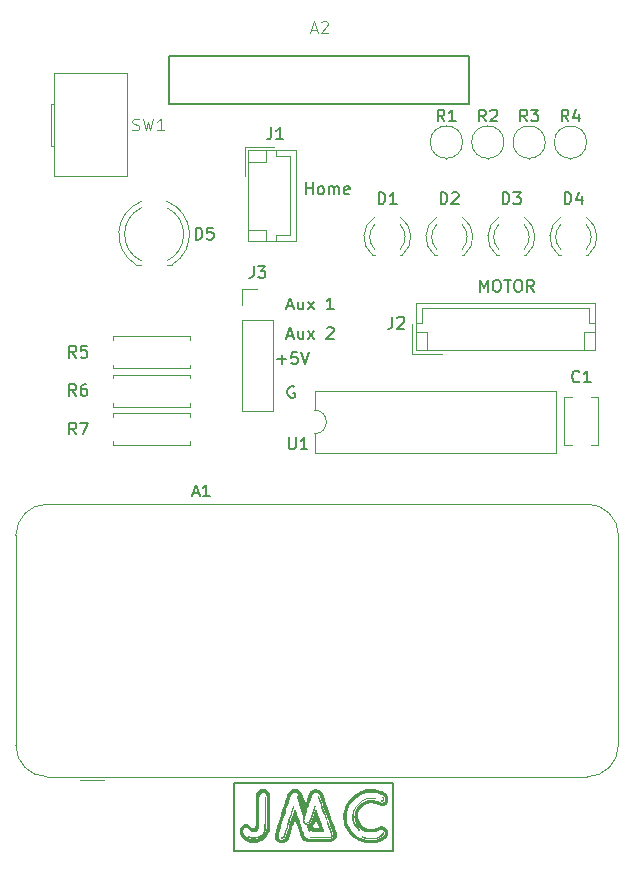
<source format=gbr>
%TF.GenerationSoftware,KiCad,Pcbnew,7.0.10*%
%TF.CreationDate,2024-03-15T10:23:30-04:00*%
%TF.ProjectId,Kicad V7,4b696361-6420-4563-972e-6b696361645f,v2*%
%TF.SameCoordinates,Original*%
%TF.FileFunction,Legend,Top*%
%TF.FilePolarity,Positive*%
%FSLAX46Y46*%
G04 Gerber Fmt 4.6, Leading zero omitted, Abs format (unit mm)*
G04 Created by KiCad (PCBNEW 7.0.10) date 2024-03-15 10:23:30*
%MOMM*%
%LPD*%
G01*
G04 APERTURE LIST*
%ADD10C,0.150000*%
%ADD11C,0.100000*%
%ADD12C,0.120000*%
G04 APERTURE END LIST*
D10*
X119000000Y-124750000D02*
X132500000Y-124750000D01*
X132500000Y-130500000D01*
X119000000Y-130500000D01*
X119000000Y-124750000D01*
X123539160Y-86834104D02*
X124015350Y-86834104D01*
X123443922Y-87119819D02*
X123777255Y-86119819D01*
X123777255Y-86119819D02*
X124110588Y-87119819D01*
X124872493Y-86453152D02*
X124872493Y-87119819D01*
X124443922Y-86453152D02*
X124443922Y-86976961D01*
X124443922Y-86976961D02*
X124491541Y-87072200D01*
X124491541Y-87072200D02*
X124586779Y-87119819D01*
X124586779Y-87119819D02*
X124729636Y-87119819D01*
X124729636Y-87119819D02*
X124824874Y-87072200D01*
X124824874Y-87072200D02*
X124872493Y-87024580D01*
X125253446Y-87119819D02*
X125777255Y-86453152D01*
X125253446Y-86453152D02*
X125777255Y-87119819D01*
X126872494Y-86215057D02*
X126920113Y-86167438D01*
X126920113Y-86167438D02*
X127015351Y-86119819D01*
X127015351Y-86119819D02*
X127253446Y-86119819D01*
X127253446Y-86119819D02*
X127348684Y-86167438D01*
X127348684Y-86167438D02*
X127396303Y-86215057D01*
X127396303Y-86215057D02*
X127443922Y-86310295D01*
X127443922Y-86310295D02*
X127443922Y-86405533D01*
X127443922Y-86405533D02*
X127396303Y-86548390D01*
X127396303Y-86548390D02*
X126824875Y-87119819D01*
X126824875Y-87119819D02*
X127443922Y-87119819D01*
X122666779Y-88848866D02*
X123428684Y-88848866D01*
X123047731Y-89229819D02*
X123047731Y-88467914D01*
X124381064Y-88229819D02*
X123904874Y-88229819D01*
X123904874Y-88229819D02*
X123857255Y-88706009D01*
X123857255Y-88706009D02*
X123904874Y-88658390D01*
X123904874Y-88658390D02*
X124000112Y-88610771D01*
X124000112Y-88610771D02*
X124238207Y-88610771D01*
X124238207Y-88610771D02*
X124333445Y-88658390D01*
X124333445Y-88658390D02*
X124381064Y-88706009D01*
X124381064Y-88706009D02*
X124428683Y-88801247D01*
X124428683Y-88801247D02*
X124428683Y-89039342D01*
X124428683Y-89039342D02*
X124381064Y-89134580D01*
X124381064Y-89134580D02*
X124333445Y-89182200D01*
X124333445Y-89182200D02*
X124238207Y-89229819D01*
X124238207Y-89229819D02*
X124000112Y-89229819D01*
X124000112Y-89229819D02*
X123904874Y-89182200D01*
X123904874Y-89182200D02*
X123857255Y-89134580D01*
X124714398Y-88229819D02*
X125047731Y-89229819D01*
X125047731Y-89229819D02*
X125381064Y-88229819D01*
X125096779Y-74869819D02*
X125096779Y-73869819D01*
X125096779Y-74346009D02*
X125668207Y-74346009D01*
X125668207Y-74869819D02*
X125668207Y-73869819D01*
X126287255Y-74869819D02*
X126192017Y-74822200D01*
X126192017Y-74822200D02*
X126144398Y-74774580D01*
X126144398Y-74774580D02*
X126096779Y-74679342D01*
X126096779Y-74679342D02*
X126096779Y-74393628D01*
X126096779Y-74393628D02*
X126144398Y-74298390D01*
X126144398Y-74298390D02*
X126192017Y-74250771D01*
X126192017Y-74250771D02*
X126287255Y-74203152D01*
X126287255Y-74203152D02*
X126430112Y-74203152D01*
X126430112Y-74203152D02*
X126525350Y-74250771D01*
X126525350Y-74250771D02*
X126572969Y-74298390D01*
X126572969Y-74298390D02*
X126620588Y-74393628D01*
X126620588Y-74393628D02*
X126620588Y-74679342D01*
X126620588Y-74679342D02*
X126572969Y-74774580D01*
X126572969Y-74774580D02*
X126525350Y-74822200D01*
X126525350Y-74822200D02*
X126430112Y-74869819D01*
X126430112Y-74869819D02*
X126287255Y-74869819D01*
X127049160Y-74869819D02*
X127049160Y-74203152D01*
X127049160Y-74298390D02*
X127096779Y-74250771D01*
X127096779Y-74250771D02*
X127192017Y-74203152D01*
X127192017Y-74203152D02*
X127334874Y-74203152D01*
X127334874Y-74203152D02*
X127430112Y-74250771D01*
X127430112Y-74250771D02*
X127477731Y-74346009D01*
X127477731Y-74346009D02*
X127477731Y-74869819D01*
X127477731Y-74346009D02*
X127525350Y-74250771D01*
X127525350Y-74250771D02*
X127620588Y-74203152D01*
X127620588Y-74203152D02*
X127763445Y-74203152D01*
X127763445Y-74203152D02*
X127858684Y-74250771D01*
X127858684Y-74250771D02*
X127906303Y-74346009D01*
X127906303Y-74346009D02*
X127906303Y-74869819D01*
X128763445Y-74822200D02*
X128668207Y-74869819D01*
X128668207Y-74869819D02*
X128477731Y-74869819D01*
X128477731Y-74869819D02*
X128382493Y-74822200D01*
X128382493Y-74822200D02*
X128334874Y-74726961D01*
X128334874Y-74726961D02*
X128334874Y-74346009D01*
X128334874Y-74346009D02*
X128382493Y-74250771D01*
X128382493Y-74250771D02*
X128477731Y-74203152D01*
X128477731Y-74203152D02*
X128668207Y-74203152D01*
X128668207Y-74203152D02*
X128763445Y-74250771D01*
X128763445Y-74250771D02*
X128811064Y-74346009D01*
X128811064Y-74346009D02*
X128811064Y-74441247D01*
X128811064Y-74441247D02*
X128334874Y-74536485D01*
X124110588Y-91167438D02*
X124015350Y-91119819D01*
X124015350Y-91119819D02*
X123872493Y-91119819D01*
X123872493Y-91119819D02*
X123729636Y-91167438D01*
X123729636Y-91167438D02*
X123634398Y-91262676D01*
X123634398Y-91262676D02*
X123586779Y-91357914D01*
X123586779Y-91357914D02*
X123539160Y-91548390D01*
X123539160Y-91548390D02*
X123539160Y-91691247D01*
X123539160Y-91691247D02*
X123586779Y-91881723D01*
X123586779Y-91881723D02*
X123634398Y-91976961D01*
X123634398Y-91976961D02*
X123729636Y-92072200D01*
X123729636Y-92072200D02*
X123872493Y-92119819D01*
X123872493Y-92119819D02*
X123967731Y-92119819D01*
X123967731Y-92119819D02*
X124110588Y-92072200D01*
X124110588Y-92072200D02*
X124158207Y-92024580D01*
X124158207Y-92024580D02*
X124158207Y-91691247D01*
X124158207Y-91691247D02*
X123967731Y-91691247D01*
X123539160Y-84334104D02*
X124015350Y-84334104D01*
X123443922Y-84619819D02*
X123777255Y-83619819D01*
X123777255Y-83619819D02*
X124110588Y-84619819D01*
X124872493Y-83953152D02*
X124872493Y-84619819D01*
X124443922Y-83953152D02*
X124443922Y-84476961D01*
X124443922Y-84476961D02*
X124491541Y-84572200D01*
X124491541Y-84572200D02*
X124586779Y-84619819D01*
X124586779Y-84619819D02*
X124729636Y-84619819D01*
X124729636Y-84619819D02*
X124824874Y-84572200D01*
X124824874Y-84572200D02*
X124872493Y-84524580D01*
X125253446Y-84619819D02*
X125777255Y-83953152D01*
X125253446Y-83953152D02*
X125777255Y-84619819D01*
X127443922Y-84619819D02*
X126872494Y-84619819D01*
X127158208Y-84619819D02*
X127158208Y-83619819D01*
X127158208Y-83619819D02*
X127062970Y-83762676D01*
X127062970Y-83762676D02*
X126967732Y-83857914D01*
X126967732Y-83857914D02*
X126872494Y-83905533D01*
X139836779Y-83119819D02*
X139836779Y-82119819D01*
X139836779Y-82119819D02*
X140170112Y-82834104D01*
X140170112Y-82834104D02*
X140503445Y-82119819D01*
X140503445Y-82119819D02*
X140503445Y-83119819D01*
X141170112Y-82119819D02*
X141360588Y-82119819D01*
X141360588Y-82119819D02*
X141455826Y-82167438D01*
X141455826Y-82167438D02*
X141551064Y-82262676D01*
X141551064Y-82262676D02*
X141598683Y-82453152D01*
X141598683Y-82453152D02*
X141598683Y-82786485D01*
X141598683Y-82786485D02*
X141551064Y-82976961D01*
X141551064Y-82976961D02*
X141455826Y-83072200D01*
X141455826Y-83072200D02*
X141360588Y-83119819D01*
X141360588Y-83119819D02*
X141170112Y-83119819D01*
X141170112Y-83119819D02*
X141074874Y-83072200D01*
X141074874Y-83072200D02*
X140979636Y-82976961D01*
X140979636Y-82976961D02*
X140932017Y-82786485D01*
X140932017Y-82786485D02*
X140932017Y-82453152D01*
X140932017Y-82453152D02*
X140979636Y-82262676D01*
X140979636Y-82262676D02*
X141074874Y-82167438D01*
X141074874Y-82167438D02*
X141170112Y-82119819D01*
X141884398Y-82119819D02*
X142455826Y-82119819D01*
X142170112Y-83119819D02*
X142170112Y-82119819D01*
X142979636Y-82119819D02*
X143170112Y-82119819D01*
X143170112Y-82119819D02*
X143265350Y-82167438D01*
X143265350Y-82167438D02*
X143360588Y-82262676D01*
X143360588Y-82262676D02*
X143408207Y-82453152D01*
X143408207Y-82453152D02*
X143408207Y-82786485D01*
X143408207Y-82786485D02*
X143360588Y-82976961D01*
X143360588Y-82976961D02*
X143265350Y-83072200D01*
X143265350Y-83072200D02*
X143170112Y-83119819D01*
X143170112Y-83119819D02*
X142979636Y-83119819D01*
X142979636Y-83119819D02*
X142884398Y-83072200D01*
X142884398Y-83072200D02*
X142789160Y-82976961D01*
X142789160Y-82976961D02*
X142741541Y-82786485D01*
X142741541Y-82786485D02*
X142741541Y-82453152D01*
X142741541Y-82453152D02*
X142789160Y-82262676D01*
X142789160Y-82262676D02*
X142884398Y-82167438D01*
X142884398Y-82167438D02*
X142979636Y-82119819D01*
X144408207Y-83119819D02*
X144074874Y-82643628D01*
X143836779Y-83119819D02*
X143836779Y-82119819D01*
X143836779Y-82119819D02*
X144217731Y-82119819D01*
X144217731Y-82119819D02*
X144312969Y-82167438D01*
X144312969Y-82167438D02*
X144360588Y-82215057D01*
X144360588Y-82215057D02*
X144408207Y-82310295D01*
X144408207Y-82310295D02*
X144408207Y-82453152D01*
X144408207Y-82453152D02*
X144360588Y-82548390D01*
X144360588Y-82548390D02*
X144312969Y-82596009D01*
X144312969Y-82596009D02*
X144217731Y-82643628D01*
X144217731Y-82643628D02*
X143836779Y-82643628D01*
X147333333Y-68704819D02*
X147000000Y-68228628D01*
X146761905Y-68704819D02*
X146761905Y-67704819D01*
X146761905Y-67704819D02*
X147142857Y-67704819D01*
X147142857Y-67704819D02*
X147238095Y-67752438D01*
X147238095Y-67752438D02*
X147285714Y-67800057D01*
X147285714Y-67800057D02*
X147333333Y-67895295D01*
X147333333Y-67895295D02*
X147333333Y-68038152D01*
X147333333Y-68038152D02*
X147285714Y-68133390D01*
X147285714Y-68133390D02*
X147238095Y-68181009D01*
X147238095Y-68181009D02*
X147142857Y-68228628D01*
X147142857Y-68228628D02*
X146761905Y-68228628D01*
X148190476Y-68038152D02*
X148190476Y-68704819D01*
X147952381Y-67657200D02*
X147714286Y-68371485D01*
X147714286Y-68371485D02*
X148333333Y-68371485D01*
X123651648Y-95454819D02*
X123651648Y-96264342D01*
X123651648Y-96264342D02*
X123699267Y-96359580D01*
X123699267Y-96359580D02*
X123746886Y-96407200D01*
X123746886Y-96407200D02*
X123842124Y-96454819D01*
X123842124Y-96454819D02*
X124032600Y-96454819D01*
X124032600Y-96454819D02*
X124127838Y-96407200D01*
X124127838Y-96407200D02*
X124175457Y-96359580D01*
X124175457Y-96359580D02*
X124223076Y-96264342D01*
X124223076Y-96264342D02*
X124223076Y-95454819D01*
X125223076Y-96454819D02*
X124651648Y-96454819D01*
X124937362Y-96454819D02*
X124937362Y-95454819D01*
X124937362Y-95454819D02*
X124842124Y-95597676D01*
X124842124Y-95597676D02*
X124746886Y-95692914D01*
X124746886Y-95692914D02*
X124651648Y-95740533D01*
X120666666Y-80954819D02*
X120666666Y-81669104D01*
X120666666Y-81669104D02*
X120619047Y-81811961D01*
X120619047Y-81811961D02*
X120523809Y-81907200D01*
X120523809Y-81907200D02*
X120380952Y-81954819D01*
X120380952Y-81954819D02*
X120285714Y-81954819D01*
X121047619Y-80954819D02*
X121666666Y-80954819D01*
X121666666Y-80954819D02*
X121333333Y-81335771D01*
X121333333Y-81335771D02*
X121476190Y-81335771D01*
X121476190Y-81335771D02*
X121571428Y-81383390D01*
X121571428Y-81383390D02*
X121619047Y-81431009D01*
X121619047Y-81431009D02*
X121666666Y-81526247D01*
X121666666Y-81526247D02*
X121666666Y-81764342D01*
X121666666Y-81764342D02*
X121619047Y-81859580D01*
X121619047Y-81859580D02*
X121571428Y-81907200D01*
X121571428Y-81907200D02*
X121476190Y-81954819D01*
X121476190Y-81954819D02*
X121190476Y-81954819D01*
X121190476Y-81954819D02*
X121095238Y-81907200D01*
X121095238Y-81907200D02*
X121047619Y-81859580D01*
D11*
X110416667Y-69409800D02*
X110559524Y-69457419D01*
X110559524Y-69457419D02*
X110797619Y-69457419D01*
X110797619Y-69457419D02*
X110892857Y-69409800D01*
X110892857Y-69409800D02*
X110940476Y-69362180D01*
X110940476Y-69362180D02*
X110988095Y-69266942D01*
X110988095Y-69266942D02*
X110988095Y-69171704D01*
X110988095Y-69171704D02*
X110940476Y-69076466D01*
X110940476Y-69076466D02*
X110892857Y-69028847D01*
X110892857Y-69028847D02*
X110797619Y-68981228D01*
X110797619Y-68981228D02*
X110607143Y-68933609D01*
X110607143Y-68933609D02*
X110511905Y-68885990D01*
X110511905Y-68885990D02*
X110464286Y-68838371D01*
X110464286Y-68838371D02*
X110416667Y-68743133D01*
X110416667Y-68743133D02*
X110416667Y-68647895D01*
X110416667Y-68647895D02*
X110464286Y-68552657D01*
X110464286Y-68552657D02*
X110511905Y-68505038D01*
X110511905Y-68505038D02*
X110607143Y-68457419D01*
X110607143Y-68457419D02*
X110845238Y-68457419D01*
X110845238Y-68457419D02*
X110988095Y-68505038D01*
X111321429Y-68457419D02*
X111559524Y-69457419D01*
X111559524Y-69457419D02*
X111750000Y-68743133D01*
X111750000Y-68743133D02*
X111940476Y-69457419D01*
X111940476Y-69457419D02*
X112178572Y-68457419D01*
X113083333Y-69457419D02*
X112511905Y-69457419D01*
X112797619Y-69457419D02*
X112797619Y-68457419D01*
X112797619Y-68457419D02*
X112702381Y-68600276D01*
X112702381Y-68600276D02*
X112607143Y-68695514D01*
X112607143Y-68695514D02*
X112511905Y-68743133D01*
D10*
X140333333Y-68699819D02*
X140000000Y-68223628D01*
X139761905Y-68699819D02*
X139761905Y-67699819D01*
X139761905Y-67699819D02*
X140142857Y-67699819D01*
X140142857Y-67699819D02*
X140238095Y-67747438D01*
X140238095Y-67747438D02*
X140285714Y-67795057D01*
X140285714Y-67795057D02*
X140333333Y-67890295D01*
X140333333Y-67890295D02*
X140333333Y-68033152D01*
X140333333Y-68033152D02*
X140285714Y-68128390D01*
X140285714Y-68128390D02*
X140238095Y-68176009D01*
X140238095Y-68176009D02*
X140142857Y-68223628D01*
X140142857Y-68223628D02*
X139761905Y-68223628D01*
X140714286Y-67795057D02*
X140761905Y-67747438D01*
X140761905Y-67747438D02*
X140857143Y-67699819D01*
X140857143Y-67699819D02*
X141095238Y-67699819D01*
X141095238Y-67699819D02*
X141190476Y-67747438D01*
X141190476Y-67747438D02*
X141238095Y-67795057D01*
X141238095Y-67795057D02*
X141285714Y-67890295D01*
X141285714Y-67890295D02*
X141285714Y-67985533D01*
X141285714Y-67985533D02*
X141238095Y-68128390D01*
X141238095Y-68128390D02*
X140666667Y-68699819D01*
X140666667Y-68699819D02*
X141285714Y-68699819D01*
X131261905Y-75704819D02*
X131261905Y-74704819D01*
X131261905Y-74704819D02*
X131500000Y-74704819D01*
X131500000Y-74704819D02*
X131642857Y-74752438D01*
X131642857Y-74752438D02*
X131738095Y-74847676D01*
X131738095Y-74847676D02*
X131785714Y-74942914D01*
X131785714Y-74942914D02*
X131833333Y-75133390D01*
X131833333Y-75133390D02*
X131833333Y-75276247D01*
X131833333Y-75276247D02*
X131785714Y-75466723D01*
X131785714Y-75466723D02*
X131738095Y-75561961D01*
X131738095Y-75561961D02*
X131642857Y-75657200D01*
X131642857Y-75657200D02*
X131500000Y-75704819D01*
X131500000Y-75704819D02*
X131261905Y-75704819D01*
X132785714Y-75704819D02*
X132214286Y-75704819D01*
X132500000Y-75704819D02*
X132500000Y-74704819D01*
X132500000Y-74704819D02*
X132404762Y-74847676D01*
X132404762Y-74847676D02*
X132309524Y-74942914D01*
X132309524Y-74942914D02*
X132214286Y-74990533D01*
X105643333Y-95204819D02*
X105310000Y-94728628D01*
X105071905Y-95204819D02*
X105071905Y-94204819D01*
X105071905Y-94204819D02*
X105452857Y-94204819D01*
X105452857Y-94204819D02*
X105548095Y-94252438D01*
X105548095Y-94252438D02*
X105595714Y-94300057D01*
X105595714Y-94300057D02*
X105643333Y-94395295D01*
X105643333Y-94395295D02*
X105643333Y-94538152D01*
X105643333Y-94538152D02*
X105595714Y-94633390D01*
X105595714Y-94633390D02*
X105548095Y-94681009D01*
X105548095Y-94681009D02*
X105452857Y-94728628D01*
X105452857Y-94728628D02*
X105071905Y-94728628D01*
X105976667Y-94204819D02*
X106643333Y-94204819D01*
X106643333Y-94204819D02*
X106214762Y-95204819D01*
X122166666Y-69204819D02*
X122166666Y-69919104D01*
X122166666Y-69919104D02*
X122119047Y-70061961D01*
X122119047Y-70061961D02*
X122023809Y-70157200D01*
X122023809Y-70157200D02*
X121880952Y-70204819D01*
X121880952Y-70204819D02*
X121785714Y-70204819D01*
X123166666Y-70204819D02*
X122595238Y-70204819D01*
X122880952Y-70204819D02*
X122880952Y-69204819D01*
X122880952Y-69204819D02*
X122785714Y-69347676D01*
X122785714Y-69347676D02*
X122690476Y-69442914D01*
X122690476Y-69442914D02*
X122595238Y-69490533D01*
X147011905Y-75704819D02*
X147011905Y-74704819D01*
X147011905Y-74704819D02*
X147250000Y-74704819D01*
X147250000Y-74704819D02*
X147392857Y-74752438D01*
X147392857Y-74752438D02*
X147488095Y-74847676D01*
X147488095Y-74847676D02*
X147535714Y-74942914D01*
X147535714Y-74942914D02*
X147583333Y-75133390D01*
X147583333Y-75133390D02*
X147583333Y-75276247D01*
X147583333Y-75276247D02*
X147535714Y-75466723D01*
X147535714Y-75466723D02*
X147488095Y-75561961D01*
X147488095Y-75561961D02*
X147392857Y-75657200D01*
X147392857Y-75657200D02*
X147250000Y-75704819D01*
X147250000Y-75704819D02*
X147011905Y-75704819D01*
X148440476Y-75038152D02*
X148440476Y-75704819D01*
X148202381Y-74657200D02*
X147964286Y-75371485D01*
X147964286Y-75371485D02*
X148583333Y-75371485D01*
X141761905Y-75704819D02*
X141761905Y-74704819D01*
X141761905Y-74704819D02*
X142000000Y-74704819D01*
X142000000Y-74704819D02*
X142142857Y-74752438D01*
X142142857Y-74752438D02*
X142238095Y-74847676D01*
X142238095Y-74847676D02*
X142285714Y-74942914D01*
X142285714Y-74942914D02*
X142333333Y-75133390D01*
X142333333Y-75133390D02*
X142333333Y-75276247D01*
X142333333Y-75276247D02*
X142285714Y-75466723D01*
X142285714Y-75466723D02*
X142238095Y-75561961D01*
X142238095Y-75561961D02*
X142142857Y-75657200D01*
X142142857Y-75657200D02*
X142000000Y-75704819D01*
X142000000Y-75704819D02*
X141761905Y-75704819D01*
X142666667Y-74704819D02*
X143285714Y-74704819D01*
X143285714Y-74704819D02*
X142952381Y-75085771D01*
X142952381Y-75085771D02*
X143095238Y-75085771D01*
X143095238Y-75085771D02*
X143190476Y-75133390D01*
X143190476Y-75133390D02*
X143238095Y-75181009D01*
X143238095Y-75181009D02*
X143285714Y-75276247D01*
X143285714Y-75276247D02*
X143285714Y-75514342D01*
X143285714Y-75514342D02*
X143238095Y-75609580D01*
X143238095Y-75609580D02*
X143190476Y-75657200D01*
X143190476Y-75657200D02*
X143095238Y-75704819D01*
X143095238Y-75704819D02*
X142809524Y-75704819D01*
X142809524Y-75704819D02*
X142714286Y-75657200D01*
X142714286Y-75657200D02*
X142666667Y-75609580D01*
X132416666Y-85254819D02*
X132416666Y-85969104D01*
X132416666Y-85969104D02*
X132369047Y-86111961D01*
X132369047Y-86111961D02*
X132273809Y-86207200D01*
X132273809Y-86207200D02*
X132130952Y-86254819D01*
X132130952Y-86254819D02*
X132035714Y-86254819D01*
X132845238Y-85350057D02*
X132892857Y-85302438D01*
X132892857Y-85302438D02*
X132988095Y-85254819D01*
X132988095Y-85254819D02*
X133226190Y-85254819D01*
X133226190Y-85254819D02*
X133321428Y-85302438D01*
X133321428Y-85302438D02*
X133369047Y-85350057D01*
X133369047Y-85350057D02*
X133416666Y-85445295D01*
X133416666Y-85445295D02*
X133416666Y-85540533D01*
X133416666Y-85540533D02*
X133369047Y-85683390D01*
X133369047Y-85683390D02*
X132797619Y-86254819D01*
X132797619Y-86254819D02*
X133416666Y-86254819D01*
X105643333Y-91954819D02*
X105310000Y-91478628D01*
X105071905Y-91954819D02*
X105071905Y-90954819D01*
X105071905Y-90954819D02*
X105452857Y-90954819D01*
X105452857Y-90954819D02*
X105548095Y-91002438D01*
X105548095Y-91002438D02*
X105595714Y-91050057D01*
X105595714Y-91050057D02*
X105643333Y-91145295D01*
X105643333Y-91145295D02*
X105643333Y-91288152D01*
X105643333Y-91288152D02*
X105595714Y-91383390D01*
X105595714Y-91383390D02*
X105548095Y-91431009D01*
X105548095Y-91431009D02*
X105452857Y-91478628D01*
X105452857Y-91478628D02*
X105071905Y-91478628D01*
X106500476Y-90954819D02*
X106310000Y-90954819D01*
X106310000Y-90954819D02*
X106214762Y-91002438D01*
X106214762Y-91002438D02*
X106167143Y-91050057D01*
X106167143Y-91050057D02*
X106071905Y-91192914D01*
X106071905Y-91192914D02*
X106024286Y-91383390D01*
X106024286Y-91383390D02*
X106024286Y-91764342D01*
X106024286Y-91764342D02*
X106071905Y-91859580D01*
X106071905Y-91859580D02*
X106119524Y-91907200D01*
X106119524Y-91907200D02*
X106214762Y-91954819D01*
X106214762Y-91954819D02*
X106405238Y-91954819D01*
X106405238Y-91954819D02*
X106500476Y-91907200D01*
X106500476Y-91907200D02*
X106548095Y-91859580D01*
X106548095Y-91859580D02*
X106595714Y-91764342D01*
X106595714Y-91764342D02*
X106595714Y-91526247D01*
X106595714Y-91526247D02*
X106548095Y-91431009D01*
X106548095Y-91431009D02*
X106500476Y-91383390D01*
X106500476Y-91383390D02*
X106405238Y-91335771D01*
X106405238Y-91335771D02*
X106214762Y-91335771D01*
X106214762Y-91335771D02*
X106119524Y-91383390D01*
X106119524Y-91383390D02*
X106071905Y-91431009D01*
X106071905Y-91431009D02*
X106024286Y-91526247D01*
X136511905Y-75704819D02*
X136511905Y-74704819D01*
X136511905Y-74704819D02*
X136750000Y-74704819D01*
X136750000Y-74704819D02*
X136892857Y-74752438D01*
X136892857Y-74752438D02*
X136988095Y-74847676D01*
X136988095Y-74847676D02*
X137035714Y-74942914D01*
X137035714Y-74942914D02*
X137083333Y-75133390D01*
X137083333Y-75133390D02*
X137083333Y-75276247D01*
X137083333Y-75276247D02*
X137035714Y-75466723D01*
X137035714Y-75466723D02*
X136988095Y-75561961D01*
X136988095Y-75561961D02*
X136892857Y-75657200D01*
X136892857Y-75657200D02*
X136750000Y-75704819D01*
X136750000Y-75704819D02*
X136511905Y-75704819D01*
X137464286Y-74800057D02*
X137511905Y-74752438D01*
X137511905Y-74752438D02*
X137607143Y-74704819D01*
X137607143Y-74704819D02*
X137845238Y-74704819D01*
X137845238Y-74704819D02*
X137940476Y-74752438D01*
X137940476Y-74752438D02*
X137988095Y-74800057D01*
X137988095Y-74800057D02*
X138035714Y-74895295D01*
X138035714Y-74895295D02*
X138035714Y-74990533D01*
X138035714Y-74990533D02*
X137988095Y-75133390D01*
X137988095Y-75133390D02*
X137416667Y-75704819D01*
X137416667Y-75704819D02*
X138035714Y-75704819D01*
X115761905Y-78704819D02*
X115761905Y-77704819D01*
X115761905Y-77704819D02*
X116000000Y-77704819D01*
X116000000Y-77704819D02*
X116142857Y-77752438D01*
X116142857Y-77752438D02*
X116238095Y-77847676D01*
X116238095Y-77847676D02*
X116285714Y-77942914D01*
X116285714Y-77942914D02*
X116333333Y-78133390D01*
X116333333Y-78133390D02*
X116333333Y-78276247D01*
X116333333Y-78276247D02*
X116285714Y-78466723D01*
X116285714Y-78466723D02*
X116238095Y-78561961D01*
X116238095Y-78561961D02*
X116142857Y-78657200D01*
X116142857Y-78657200D02*
X116000000Y-78704819D01*
X116000000Y-78704819D02*
X115761905Y-78704819D01*
X117238095Y-77704819D02*
X116761905Y-77704819D01*
X116761905Y-77704819D02*
X116714286Y-78181009D01*
X116714286Y-78181009D02*
X116761905Y-78133390D01*
X116761905Y-78133390D02*
X116857143Y-78085771D01*
X116857143Y-78085771D02*
X117095238Y-78085771D01*
X117095238Y-78085771D02*
X117190476Y-78133390D01*
X117190476Y-78133390D02*
X117238095Y-78181009D01*
X117238095Y-78181009D02*
X117285714Y-78276247D01*
X117285714Y-78276247D02*
X117285714Y-78514342D01*
X117285714Y-78514342D02*
X117238095Y-78609580D01*
X117238095Y-78609580D02*
X117190476Y-78657200D01*
X117190476Y-78657200D02*
X117095238Y-78704819D01*
X117095238Y-78704819D02*
X116857143Y-78704819D01*
X116857143Y-78704819D02*
X116761905Y-78657200D01*
X116761905Y-78657200D02*
X116714286Y-78609580D01*
X136833333Y-68699819D02*
X136500000Y-68223628D01*
X136261905Y-68699819D02*
X136261905Y-67699819D01*
X136261905Y-67699819D02*
X136642857Y-67699819D01*
X136642857Y-67699819D02*
X136738095Y-67747438D01*
X136738095Y-67747438D02*
X136785714Y-67795057D01*
X136785714Y-67795057D02*
X136833333Y-67890295D01*
X136833333Y-67890295D02*
X136833333Y-68033152D01*
X136833333Y-68033152D02*
X136785714Y-68128390D01*
X136785714Y-68128390D02*
X136738095Y-68176009D01*
X136738095Y-68176009D02*
X136642857Y-68223628D01*
X136642857Y-68223628D02*
X136261905Y-68223628D01*
X137785714Y-68699819D02*
X137214286Y-68699819D01*
X137500000Y-68699819D02*
X137500000Y-67699819D01*
X137500000Y-67699819D02*
X137404762Y-67842676D01*
X137404762Y-67842676D02*
X137309524Y-67937914D01*
X137309524Y-67937914D02*
X137214286Y-67985533D01*
X143833333Y-68699819D02*
X143500000Y-68223628D01*
X143261905Y-68699819D02*
X143261905Y-67699819D01*
X143261905Y-67699819D02*
X143642857Y-67699819D01*
X143642857Y-67699819D02*
X143738095Y-67747438D01*
X143738095Y-67747438D02*
X143785714Y-67795057D01*
X143785714Y-67795057D02*
X143833333Y-67890295D01*
X143833333Y-67890295D02*
X143833333Y-68033152D01*
X143833333Y-68033152D02*
X143785714Y-68128390D01*
X143785714Y-68128390D02*
X143738095Y-68176009D01*
X143738095Y-68176009D02*
X143642857Y-68223628D01*
X143642857Y-68223628D02*
X143261905Y-68223628D01*
X144166667Y-67699819D02*
X144785714Y-67699819D01*
X144785714Y-67699819D02*
X144452381Y-68080771D01*
X144452381Y-68080771D02*
X144595238Y-68080771D01*
X144595238Y-68080771D02*
X144690476Y-68128390D01*
X144690476Y-68128390D02*
X144738095Y-68176009D01*
X144738095Y-68176009D02*
X144785714Y-68271247D01*
X144785714Y-68271247D02*
X144785714Y-68509342D01*
X144785714Y-68509342D02*
X144738095Y-68604580D01*
X144738095Y-68604580D02*
X144690476Y-68652200D01*
X144690476Y-68652200D02*
X144595238Y-68699819D01*
X144595238Y-68699819D02*
X144309524Y-68699819D01*
X144309524Y-68699819D02*
X144214286Y-68652200D01*
X144214286Y-68652200D02*
X144166667Y-68604580D01*
D11*
X125535714Y-60921704D02*
X126011904Y-60921704D01*
X125440476Y-61207419D02*
X125773809Y-60207419D01*
X125773809Y-60207419D02*
X126107142Y-61207419D01*
X126392857Y-60302657D02*
X126440476Y-60255038D01*
X126440476Y-60255038D02*
X126535714Y-60207419D01*
X126535714Y-60207419D02*
X126773809Y-60207419D01*
X126773809Y-60207419D02*
X126869047Y-60255038D01*
X126869047Y-60255038D02*
X126916666Y-60302657D01*
X126916666Y-60302657D02*
X126964285Y-60397895D01*
X126964285Y-60397895D02*
X126964285Y-60493133D01*
X126964285Y-60493133D02*
X126916666Y-60635990D01*
X126916666Y-60635990D02*
X126345238Y-61207419D01*
X126345238Y-61207419D02*
X126964285Y-61207419D01*
D10*
X105643333Y-88704819D02*
X105310000Y-88228628D01*
X105071905Y-88704819D02*
X105071905Y-87704819D01*
X105071905Y-87704819D02*
X105452857Y-87704819D01*
X105452857Y-87704819D02*
X105548095Y-87752438D01*
X105548095Y-87752438D02*
X105595714Y-87800057D01*
X105595714Y-87800057D02*
X105643333Y-87895295D01*
X105643333Y-87895295D02*
X105643333Y-88038152D01*
X105643333Y-88038152D02*
X105595714Y-88133390D01*
X105595714Y-88133390D02*
X105548095Y-88181009D01*
X105548095Y-88181009D02*
X105452857Y-88228628D01*
X105452857Y-88228628D02*
X105071905Y-88228628D01*
X106548095Y-87704819D02*
X106071905Y-87704819D01*
X106071905Y-87704819D02*
X106024286Y-88181009D01*
X106024286Y-88181009D02*
X106071905Y-88133390D01*
X106071905Y-88133390D02*
X106167143Y-88085771D01*
X106167143Y-88085771D02*
X106405238Y-88085771D01*
X106405238Y-88085771D02*
X106500476Y-88133390D01*
X106500476Y-88133390D02*
X106548095Y-88181009D01*
X106548095Y-88181009D02*
X106595714Y-88276247D01*
X106595714Y-88276247D02*
X106595714Y-88514342D01*
X106595714Y-88514342D02*
X106548095Y-88609580D01*
X106548095Y-88609580D02*
X106500476Y-88657200D01*
X106500476Y-88657200D02*
X106405238Y-88704819D01*
X106405238Y-88704819D02*
X106167143Y-88704819D01*
X106167143Y-88704819D02*
X106071905Y-88657200D01*
X106071905Y-88657200D02*
X106024286Y-88609580D01*
X148246886Y-90696026D02*
X148199267Y-90743646D01*
X148199267Y-90743646D02*
X148056410Y-90791265D01*
X148056410Y-90791265D02*
X147961172Y-90791265D01*
X147961172Y-90791265D02*
X147818315Y-90743646D01*
X147818315Y-90743646D02*
X147723077Y-90648407D01*
X147723077Y-90648407D02*
X147675458Y-90553169D01*
X147675458Y-90553169D02*
X147627839Y-90362693D01*
X147627839Y-90362693D02*
X147627839Y-90219836D01*
X147627839Y-90219836D02*
X147675458Y-90029360D01*
X147675458Y-90029360D02*
X147723077Y-89934122D01*
X147723077Y-89934122D02*
X147818315Y-89838884D01*
X147818315Y-89838884D02*
X147961172Y-89791265D01*
X147961172Y-89791265D02*
X148056410Y-89791265D01*
X148056410Y-89791265D02*
X148199267Y-89838884D01*
X148199267Y-89838884D02*
X148246886Y-89886503D01*
X149199267Y-90791265D02*
X148627839Y-90791265D01*
X148913553Y-90791265D02*
X148913553Y-89791265D01*
X148913553Y-89791265D02*
X148818315Y-89934122D01*
X148818315Y-89934122D02*
X148723077Y-90029360D01*
X148723077Y-90029360D02*
X148627839Y-90076979D01*
X115535714Y-100169104D02*
X116011904Y-100169104D01*
X115440476Y-100454819D02*
X115773809Y-99454819D01*
X115773809Y-99454819D02*
X116107142Y-100454819D01*
X116964285Y-100454819D02*
X116392857Y-100454819D01*
X116678571Y-100454819D02*
X116678571Y-99454819D01*
X116678571Y-99454819D02*
X116583333Y-99597676D01*
X116583333Y-99597676D02*
X116488095Y-99692914D01*
X116488095Y-99692914D02*
X116392857Y-99740533D01*
D12*
%TO.C,R4*%
X147500000Y-71830000D02*
X147500000Y-71900000D01*
X148870000Y-70460000D02*
G75*
G03*
X146130000Y-70460000I-1370000J0D01*
G01*
X146130000Y-70460000D02*
G75*
G03*
X148870000Y-70460000I1370000J0D01*
G01*
%TO.C,U1*%
X125833553Y-96796446D02*
X146273553Y-96796446D01*
X146273553Y-96796446D02*
X146273553Y-91496446D01*
X125833553Y-95146446D02*
X125833553Y-96796446D01*
X125833553Y-91496446D02*
X125833553Y-93146446D01*
X146273553Y-91496446D02*
X125833553Y-91496446D01*
X125833553Y-95146446D02*
G75*
G03*
X125833553Y-93146446I0J1000000D01*
G01*
%TO.C,J3*%
X119670000Y-82920000D02*
X121000000Y-82920000D01*
X119670000Y-84250000D02*
X119670000Y-82920000D01*
X119670000Y-85520000D02*
X119670000Y-93200000D01*
X119670000Y-85520000D02*
X122330000Y-85520000D01*
X119670000Y-93200000D02*
X122330000Y-93200000D01*
X122330000Y-85520000D02*
X122330000Y-93200000D01*
D11*
%TO.C,SW1*%
X109971000Y-64640000D02*
X103783000Y-64640000D01*
X103783000Y-64640000D02*
X103783000Y-73360000D01*
X103783000Y-73360000D02*
X109971000Y-73360000D01*
X109971000Y-73360000D02*
X109971000Y-64640000D01*
X103783000Y-67222000D02*
X103529000Y-67222000D01*
X103529000Y-67222000D02*
X103529000Y-70778000D01*
X103529000Y-70778000D02*
X103783000Y-70778000D01*
X103783000Y-70778000D02*
X103783000Y-67222000D01*
D12*
%TO.C,R2*%
X140500000Y-71825000D02*
X140500000Y-71895000D01*
X141870000Y-70455000D02*
G75*
G03*
X139130000Y-70455000I-1370000J0D01*
G01*
X139130000Y-70455000D02*
G75*
G03*
X141870000Y-70455000I1370000J0D01*
G01*
%TO.C,D1*%
X130764000Y-80040000D02*
X130920000Y-80040000D01*
X133080000Y-80040000D02*
X133236000Y-80040000D01*
X130921392Y-76807666D02*
G75*
G03*
X130764485Y-80039999I1078608J-1672334D01*
G01*
X130920164Y-77438871D02*
G75*
G03*
X130920001Y-79520960I1079836J-1041129D01*
G01*
X133079999Y-79520960D02*
G75*
G03*
X133079836Y-77438871I-1079999J1040960D01*
G01*
X133235515Y-80039999D02*
G75*
G03*
X133078608Y-76807666I-1235515J1559999D01*
G01*
%TO.C,R7*%
X115270000Y-96120000D02*
X108730000Y-96120000D01*
X115270000Y-95790000D02*
X115270000Y-96120000D01*
X115270000Y-93710000D02*
X115270000Y-93380000D01*
X115270000Y-93380000D02*
X108730000Y-93380000D01*
X108730000Y-96120000D02*
X108730000Y-95790000D01*
X108730000Y-93380000D02*
X108730000Y-93710000D01*
%TO.C,J1*%
X122440000Y-70840000D02*
X119940000Y-70840000D01*
X119940000Y-70840000D02*
X119940000Y-73340000D01*
X124260000Y-71140000D02*
X120240000Y-71140000D01*
X122550000Y-71140000D02*
X122550000Y-71640000D01*
X121740000Y-71140000D02*
X121740000Y-72140000D01*
X120240000Y-71140000D02*
X120240000Y-78860000D01*
X123760000Y-71640000D02*
X123760000Y-78360000D01*
X122550000Y-71640000D02*
X123760000Y-71640000D01*
X121740000Y-72140000D02*
X120240000Y-72140000D01*
X121740000Y-77860000D02*
X120240000Y-77860000D01*
X123760000Y-78360000D02*
X122550000Y-78360000D01*
X122550000Y-78360000D02*
X122550000Y-78860000D01*
X124260000Y-78860000D02*
X124260000Y-71140000D01*
X121740000Y-78860000D02*
X121740000Y-77860000D01*
X120240000Y-78860000D02*
X124260000Y-78860000D01*
%TO.C,D4*%
X146514000Y-80040000D02*
X146670000Y-80040000D01*
X148830000Y-80040000D02*
X148986000Y-80040000D01*
X146671392Y-76807666D02*
G75*
G03*
X146514485Y-80039999I1078608J-1672334D01*
G01*
X146670164Y-77438871D02*
G75*
G03*
X146670001Y-79520960I1079836J-1041129D01*
G01*
X148829999Y-79520960D02*
G75*
G03*
X148829836Y-77438871I-1079999J1040960D01*
G01*
X148985515Y-80039999D02*
G75*
G03*
X148828608Y-76807666I-1235515J1559999D01*
G01*
%TO.C,D3*%
X141264000Y-80040000D02*
X141420000Y-80040000D01*
X143580000Y-80040000D02*
X143736000Y-80040000D01*
X141421392Y-76807666D02*
G75*
G03*
X141264485Y-80039999I1078608J-1672334D01*
G01*
X141420164Y-77438871D02*
G75*
G03*
X141420001Y-79520960I1079836J-1041129D01*
G01*
X143579999Y-79520960D02*
G75*
G03*
X143579836Y-77438871I-1079999J1040960D01*
G01*
X143735515Y-80039999D02*
G75*
G03*
X143578608Y-76807666I-1235515J1559999D01*
G01*
%TO.C,J2*%
X134090000Y-85860000D02*
X134090000Y-88360000D01*
X134090000Y-88360000D02*
X136590000Y-88360000D01*
X134390000Y-84040000D02*
X134390000Y-88060000D01*
X134390000Y-85750000D02*
X134890000Y-85750000D01*
X134390000Y-86560000D02*
X135390000Y-86560000D01*
X134390000Y-88060000D02*
X149610000Y-88060000D01*
X134890000Y-84540000D02*
X149110000Y-84540000D01*
X134890000Y-85750000D02*
X134890000Y-84540000D01*
X135390000Y-86560000D02*
X135390000Y-88060000D01*
X148610000Y-86560000D02*
X148610000Y-88060000D01*
X149110000Y-84540000D02*
X149110000Y-85750000D01*
X149110000Y-85750000D02*
X149610000Y-85750000D01*
X149610000Y-84040000D02*
X134390000Y-84040000D01*
X149610000Y-86560000D02*
X148610000Y-86560000D01*
X149610000Y-88060000D02*
X149610000Y-84040000D01*
%TO.C,R6*%
X115270000Y-92870000D02*
X108730000Y-92870000D01*
X115270000Y-92540000D02*
X115270000Y-92870000D01*
X115270000Y-90460000D02*
X115270000Y-90130000D01*
X115270000Y-90130000D02*
X108730000Y-90130000D01*
X108730000Y-92870000D02*
X108730000Y-92540000D01*
X108730000Y-90130000D02*
X108730000Y-90460000D01*
%TO.C,D2*%
X136014000Y-80040000D02*
X136170000Y-80040000D01*
X138330000Y-80040000D02*
X138486000Y-80040000D01*
X136171392Y-76807666D02*
G75*
G03*
X136014485Y-80039999I1078608J-1672334D01*
G01*
X136170164Y-77438871D02*
G75*
G03*
X136170001Y-79520960I1079836J-1041129D01*
G01*
X138329999Y-79520960D02*
G75*
G03*
X138329836Y-77438871I-1079999J1040960D01*
G01*
X138485515Y-80039999D02*
G75*
G03*
X138328608Y-76807666I-1235515J1559999D01*
G01*
%TO.C,D5*%
X110705000Y-80821500D02*
X111170000Y-80821500D01*
X113330000Y-80821500D02*
X113795000Y-80821500D01*
X111169173Y-75473686D02*
G75*
G03*
X110705170Y-80821499I1080827J-2787814D01*
G01*
X111169572Y-76007022D02*
G75*
G03*
X111170000Y-80516183I1080428J-2254478D01*
G01*
X113330000Y-80516184D02*
G75*
G03*
X113330429Y-76007021I-1080000J2254684D01*
G01*
X113794830Y-80821499D02*
G75*
G03*
X113330827Y-75473686I-1544830J2559999D01*
G01*
%TO.C,R1*%
X137000000Y-71825000D02*
X137000000Y-71895000D01*
X138370000Y-70455000D02*
G75*
G03*
X135630000Y-70455000I-1370000J0D01*
G01*
X135630000Y-70455000D02*
G75*
G03*
X138370000Y-70455000I1370000J0D01*
G01*
%TO.C,G\u002A\u002A\u002A*%
G36*
X131679957Y-125917729D02*
G01*
X131717874Y-125965488D01*
X131735389Y-126044138D01*
X131736607Y-126077821D01*
X131732478Y-126140428D01*
X131714786Y-126185036D01*
X131675570Y-126231022D01*
X131672351Y-126234256D01*
X131621792Y-126277019D01*
X131574014Y-126295377D01*
X131535335Y-126297937D01*
X131478622Y-126292664D01*
X131434109Y-126280467D01*
X131429501Y-126278099D01*
X131400793Y-126247152D01*
X131397945Y-126212469D01*
X131419593Y-126187734D01*
X131438951Y-126183382D01*
X131515314Y-126180082D01*
X131561782Y-126175243D01*
X131586183Y-126164944D01*
X131596344Y-126145266D01*
X131600093Y-126112291D01*
X131600880Y-126102308D01*
X131599936Y-126049944D01*
X131589996Y-126013166D01*
X131586706Y-126008759D01*
X131570476Y-125974836D01*
X131566518Y-125945104D01*
X131573665Y-125913611D01*
X131602405Y-125902375D01*
X131622143Y-125901637D01*
X131679957Y-125917729D01*
G37*
G36*
X125902776Y-126659287D02*
G01*
X125915333Y-126699518D01*
X125909597Y-126727315D01*
X125893510Y-126786529D01*
X125868431Y-126872637D01*
X125835718Y-126981119D01*
X125796730Y-127107451D01*
X125752825Y-127247112D01*
X125718784Y-127353839D01*
X125662251Y-127528725D01*
X125615279Y-127670821D01*
X125576594Y-127783549D01*
X125544921Y-127870329D01*
X125518985Y-127934582D01*
X125497511Y-127979730D01*
X125479224Y-128009193D01*
X125470840Y-128019150D01*
X125404358Y-128074699D01*
X125332373Y-128112579D01*
X125263639Y-128130062D01*
X125206911Y-128124418D01*
X125182500Y-128109018D01*
X125161872Y-128075917D01*
X125172423Y-128045151D01*
X125216469Y-128013187D01*
X125259040Y-127992367D01*
X125334417Y-127949437D01*
X125383562Y-127901802D01*
X125388828Y-127893386D01*
X125402149Y-127862424D01*
X125425548Y-127800320D01*
X125457342Y-127711856D01*
X125495850Y-127601811D01*
X125539390Y-127474967D01*
X125586280Y-127336104D01*
X125611997Y-127259020D01*
X125659601Y-127117497D01*
X125704590Y-126987089D01*
X125745340Y-126872255D01*
X125780222Y-126777453D01*
X125807613Y-126707143D01*
X125825884Y-126665782D01*
X125831597Y-126656869D01*
X125870742Y-126642520D01*
X125902776Y-126659287D01*
G37*
G36*
X131675901Y-128901099D02*
G01*
X131682690Y-128914550D01*
X131695473Y-128985719D01*
X131677502Y-129066196D01*
X131631233Y-129147240D01*
X131610213Y-129172574D01*
X131542797Y-129230780D01*
X131447039Y-129291088D01*
X131331815Y-129349013D01*
X131206002Y-129400069D01*
X131084598Y-129438166D01*
X130977480Y-129459509D01*
X130845538Y-129475101D01*
X130699599Y-129484643D01*
X130550492Y-129487838D01*
X130409045Y-129484386D01*
X130286087Y-129473989D01*
X130215552Y-129462138D01*
X130117415Y-129435869D01*
X130022321Y-129402585D01*
X129937104Y-129365567D01*
X129868596Y-129328097D01*
X129823630Y-129293457D01*
X129808928Y-129266854D01*
X129824310Y-129237571D01*
X129867099Y-129227489D01*
X129932260Y-129236415D01*
X130014756Y-129264156D01*
X130041401Y-129275782D01*
X130169505Y-129324938D01*
X130305259Y-129356839D01*
X130457444Y-129372849D01*
X130634842Y-129374332D01*
X130668824Y-129373212D01*
X130778861Y-129366794D01*
X130884515Y-129356684D01*
X130974007Y-129344204D01*
X131027902Y-129332903D01*
X131180589Y-129281812D01*
X131313339Y-129218478D01*
X131421638Y-129145901D01*
X131500971Y-129067085D01*
X131545562Y-128988695D01*
X131578859Y-128914206D01*
X131612835Y-128874153D01*
X131645759Y-128869472D01*
X131675901Y-128901099D01*
G37*
G36*
X124103543Y-126636371D02*
G01*
X124120095Y-126673400D01*
X124120435Y-126680619D01*
X124114895Y-126708073D01*
X124098991Y-126767967D01*
X124073833Y-126856727D01*
X124040526Y-126970776D01*
X124000179Y-127106542D01*
X123953901Y-127260448D01*
X123902798Y-127428920D01*
X123847979Y-127608384D01*
X123790551Y-127795264D01*
X123731622Y-127985985D01*
X123672300Y-128176974D01*
X123613693Y-128364654D01*
X123556909Y-128545452D01*
X123503056Y-128715792D01*
X123453240Y-128872100D01*
X123408571Y-129010801D01*
X123370156Y-129128319D01*
X123339103Y-129221081D01*
X123316520Y-129285511D01*
X123303514Y-129318035D01*
X123302565Y-129319765D01*
X123260068Y-129369645D01*
X123207327Y-129406914D01*
X123201520Y-129409534D01*
X123135916Y-129429040D01*
X123071951Y-129435243D01*
X123020798Y-129428258D01*
X122993633Y-129408201D01*
X122993293Y-129407366D01*
X122990229Y-129361435D01*
X123013939Y-129329633D01*
X123041672Y-129322321D01*
X123116959Y-129305325D01*
X123174345Y-129255853D01*
X123202880Y-129201393D01*
X123213346Y-129170484D01*
X123234225Y-129106718D01*
X123264498Y-129013267D01*
X123303148Y-128893301D01*
X123349159Y-128749992D01*
X123401512Y-128586511D01*
X123459190Y-128406030D01*
X123521176Y-128211720D01*
X123586453Y-128006752D01*
X123621851Y-127895461D01*
X123688107Y-127687781D01*
X123751523Y-127490385D01*
X123811104Y-127306280D01*
X123865856Y-127138473D01*
X123914787Y-126989970D01*
X123956901Y-126863779D01*
X123991204Y-126762906D01*
X124016703Y-126690359D01*
X124032404Y-126649146D01*
X124036584Y-126640831D01*
X124071402Y-126623472D01*
X124103543Y-126636371D01*
G37*
G36*
X130868160Y-125974159D02*
G01*
X130930520Y-125985431D01*
X131003259Y-126002579D01*
X131046474Y-126016764D01*
X131067754Y-126032185D01*
X131074687Y-126053042D01*
X131075149Y-126065469D01*
X131072192Y-126095106D01*
X131056424Y-126107239D01*
X131017492Y-126106911D01*
X130994829Y-126104607D01*
X130929955Y-126095614D01*
X130850192Y-126081954D01*
X130801116Y-126072376D01*
X130643722Y-126057084D01*
X130471847Y-126070865D01*
X130291567Y-126111074D01*
X130108958Y-126175067D01*
X129930095Y-126260199D01*
X129761056Y-126363823D01*
X129607914Y-126483296D01*
X129476748Y-126615972D01*
X129435891Y-126666704D01*
X129329604Y-126832516D01*
X129244196Y-127018113D01*
X129182044Y-127214822D01*
X129145528Y-127413972D01*
X129137025Y-127606892D01*
X129146967Y-127720280D01*
X129194833Y-127936545D01*
X129274173Y-128139503D01*
X129386960Y-128333069D01*
X129535168Y-128521157D01*
X129569409Y-128558650D01*
X129643637Y-128642112D01*
X129689614Y-128704280D01*
X129708394Y-128747732D01*
X129701032Y-128775043D01*
X129668585Y-128788789D01*
X129663992Y-128789518D01*
X129633754Y-128782927D01*
X129590332Y-128754026D01*
X129529727Y-128699854D01*
X129489804Y-128660420D01*
X129323439Y-128469533D01*
X129192625Y-128268224D01*
X129096005Y-128054216D01*
X129059473Y-127939507D01*
X129042630Y-127861427D01*
X129032297Y-127768352D01*
X129027696Y-127651436D01*
X129027325Y-127574181D01*
X129034045Y-127407404D01*
X129054692Y-127256880D01*
X129092131Y-127111112D01*
X129149229Y-126958605D01*
X129217734Y-126810258D01*
X129330160Y-126624103D01*
X129474316Y-126455097D01*
X129647139Y-126305612D01*
X129845569Y-126178023D01*
X130066544Y-126074702D01*
X130243601Y-126015028D01*
X130391651Y-125983046D01*
X130554484Y-125965169D01*
X130718016Y-125962004D01*
X130868160Y-125974159D01*
G37*
G36*
X121675765Y-125864797D02*
G01*
X121691294Y-125870444D01*
X121691649Y-125870581D01*
X121697691Y-125891317D01*
X121703108Y-125946257D01*
X121707899Y-126031811D01*
X121712066Y-126144391D01*
X121715609Y-126280406D01*
X121718529Y-126436268D01*
X121720825Y-126608387D01*
X121722498Y-126793175D01*
X121723550Y-126987043D01*
X121723979Y-127186401D01*
X121723787Y-127387660D01*
X121722974Y-127587231D01*
X121721540Y-127781526D01*
X121719486Y-127966954D01*
X121716813Y-128139926D01*
X121713520Y-128296854D01*
X121709609Y-128434149D01*
X121705079Y-128548221D01*
X121699931Y-128635481D01*
X121694166Y-128692341D01*
X121691300Y-128707324D01*
X121628169Y-128878386D01*
X121534075Y-129034396D01*
X121413617Y-129170774D01*
X121271389Y-129282939D01*
X121111990Y-129366313D01*
X120990500Y-129405618D01*
X120802395Y-129438226D01*
X120626374Y-129442281D01*
X120566990Y-129436549D01*
X120449998Y-129414347D01*
X120344437Y-129381741D01*
X120260111Y-129342221D01*
X120219529Y-129312835D01*
X120177784Y-129265887D01*
X120169534Y-129234433D01*
X120193628Y-129218863D01*
X120248912Y-129219566D01*
X120334236Y-129236933D01*
X120393982Y-129253861D01*
X120587356Y-129296100D01*
X120773102Y-129303416D01*
X120948600Y-129276426D01*
X121111227Y-129215747D01*
X121258363Y-129121996D01*
X121360732Y-129026260D01*
X121434959Y-128938109D01*
X121489686Y-128853650D01*
X121533902Y-128757385D01*
X121561724Y-128679762D01*
X121568438Y-128657527D01*
X121574259Y-128632084D01*
X121579266Y-128600639D01*
X121583539Y-128560394D01*
X121587155Y-128508554D01*
X121590195Y-128442324D01*
X121592738Y-128358908D01*
X121594861Y-128255509D01*
X121596646Y-128129333D01*
X121598169Y-127977584D01*
X121599512Y-127797465D01*
X121600752Y-127586182D01*
X121601969Y-127340938D01*
X121602432Y-127240356D01*
X121603646Y-126976920D01*
X121604833Y-126748805D01*
X121606155Y-126553533D01*
X121607774Y-126388627D01*
X121609851Y-126251611D01*
X121612547Y-126140007D01*
X121616023Y-126051339D01*
X121620442Y-125983129D01*
X121625963Y-125932901D01*
X121632749Y-125898178D01*
X121640961Y-125876483D01*
X121650760Y-125865339D01*
X121662308Y-125862270D01*
X121675765Y-125864797D01*
G37*
G36*
X126213845Y-125811867D02*
G01*
X126222787Y-125832808D01*
X126243275Y-125886881D01*
X126274394Y-125971533D01*
X126315234Y-126084209D01*
X126364883Y-126222358D01*
X126422427Y-126383424D01*
X126486955Y-126564855D01*
X126557554Y-126764096D01*
X126633313Y-126978594D01*
X126713319Y-127205796D01*
X126796661Y-127443148D01*
X126802022Y-127458440D01*
X126902562Y-127745416D01*
X126991179Y-127998971D01*
X127068540Y-128221323D01*
X127135314Y-128414691D01*
X127192167Y-128581291D01*
X127239765Y-128723344D01*
X127278777Y-128843066D01*
X127309869Y-128942676D01*
X127333708Y-129024393D01*
X127350961Y-129090434D01*
X127362297Y-129143018D01*
X127368381Y-129184363D01*
X127369881Y-129216687D01*
X127367464Y-129242209D01*
X127361796Y-129263145D01*
X127353547Y-129281716D01*
X127351523Y-129285570D01*
X127339535Y-129306316D01*
X127325530Y-129323740D01*
X127306319Y-129338132D01*
X127278711Y-129349782D01*
X127239518Y-129358980D01*
X127185550Y-129366014D01*
X127113616Y-129371174D01*
X127020527Y-129374751D01*
X126903093Y-129377034D01*
X126758125Y-129378313D01*
X126582432Y-129378877D01*
X126372825Y-129379015D01*
X126322443Y-129379018D01*
X126113026Y-129378911D01*
X125938284Y-129378524D01*
X125795097Y-129377756D01*
X125680342Y-129376504D01*
X125590899Y-129374667D01*
X125523646Y-129372143D01*
X125475462Y-129368832D01*
X125443226Y-129364631D01*
X125423815Y-129359438D01*
X125414109Y-129353154D01*
X125411853Y-129349399D01*
X125410760Y-129314588D01*
X125417558Y-129302710D01*
X125439498Y-129299052D01*
X125495556Y-129295448D01*
X125582053Y-129291991D01*
X125695310Y-129288774D01*
X125831646Y-129285889D01*
X125987383Y-129283429D01*
X126158842Y-129281486D01*
X126306342Y-129280357D01*
X126510941Y-129279050D01*
X126681099Y-129277731D01*
X126820173Y-129276246D01*
X126931520Y-129274445D01*
X127018497Y-129272176D01*
X127084460Y-129269285D01*
X127132767Y-129265621D01*
X127166774Y-129261033D01*
X127189837Y-129255367D01*
X127205315Y-129248473D01*
X127216563Y-129240197D01*
X127217823Y-129239072D01*
X127247686Y-129196813D01*
X127257589Y-129158487D01*
X127251398Y-129134431D01*
X127233422Y-129077372D01*
X127204557Y-128989912D01*
X127165701Y-128874655D01*
X127117750Y-128734204D01*
X127061599Y-128571163D01*
X126998147Y-128388134D01*
X126928289Y-128187721D01*
X126852922Y-127972527D01*
X126772942Y-127745155D01*
X126689246Y-127508208D01*
X126689111Y-127507827D01*
X126587725Y-127221023D01*
X126498517Y-126967821D01*
X126420832Y-126746268D01*
X126354020Y-126554410D01*
X126297426Y-126390296D01*
X126250399Y-126251974D01*
X126212284Y-126137490D01*
X126182429Y-126044892D01*
X126160182Y-125972229D01*
X126144890Y-125917547D01*
X126135899Y-125878894D01*
X126132557Y-125854317D01*
X126133098Y-125844996D01*
X126152952Y-125800619D01*
X126182313Y-125789541D01*
X126213845Y-125811867D01*
G37*
G36*
X121687279Y-125247474D02*
G01*
X121792159Y-125294508D01*
X121893462Y-125369404D01*
X121980763Y-125462853D01*
X122043635Y-125565545D01*
X122043752Y-125565803D01*
X122088765Y-125665401D01*
X122088765Y-127139509D01*
X122088765Y-128613616D01*
X122026286Y-128793154D01*
X121930880Y-129020284D01*
X121812858Y-129220147D01*
X121673633Y-129391381D01*
X121514618Y-129532628D01*
X121337224Y-129642529D01*
X121142865Y-129719723D01*
X121035953Y-129746408D01*
X120944218Y-129759618D01*
X120828597Y-129768551D01*
X120702800Y-129772837D01*
X120580535Y-129772104D01*
X120475512Y-129765982D01*
X120444568Y-129762388D01*
X120237274Y-129717056D01*
X120048167Y-129641994D01*
X119880226Y-129539239D01*
X119736428Y-129410830D01*
X119619754Y-129258803D01*
X119566022Y-129161315D01*
X119507112Y-129001069D01*
X119483440Y-128844024D01*
X119795502Y-128844024D01*
X119817922Y-128960880D01*
X119866786Y-129078545D01*
X119905997Y-129142848D01*
X119989191Y-129235407D01*
X120105061Y-129317808D01*
X120255331Y-129391148D01*
X120354101Y-129428308D01*
X120524370Y-129475289D01*
X120684255Y-129492740D01*
X120846270Y-129481200D01*
X120972120Y-129455026D01*
X121159787Y-129388560D01*
X121326476Y-129290941D01*
X121471313Y-129163025D01*
X121593428Y-129005664D01*
X121691948Y-128819714D01*
X121734896Y-128708110D01*
X121786384Y-128556919D01*
X121786384Y-127205654D01*
X121786174Y-126981128D01*
X121785567Y-126766273D01*
X121784597Y-126564296D01*
X121783299Y-126378407D01*
X121781706Y-126211815D01*
X121779855Y-126067726D01*
X121777777Y-125949351D01*
X121775509Y-125859897D01*
X121773085Y-125802573D01*
X121771142Y-125782391D01*
X121739132Y-125704649D01*
X121682384Y-125630453D01*
X121611807Y-125571550D01*
X121547819Y-125541932D01*
X121449549Y-125533863D01*
X121354064Y-125559077D01*
X121269952Y-125613507D01*
X121205802Y-125693085D01*
X121198126Y-125707552D01*
X121191369Y-125722799D01*
X121185490Y-125741261D01*
X121180405Y-125765630D01*
X121176032Y-125798597D01*
X121172285Y-125842853D01*
X121169082Y-125901091D01*
X121166338Y-125976003D01*
X121163971Y-126070278D01*
X121161896Y-126186611D01*
X121160030Y-126327691D01*
X121158288Y-126496212D01*
X121156589Y-126694864D01*
X121154846Y-126926339D01*
X121153274Y-127150326D01*
X121143824Y-128521858D01*
X121086891Y-128633150D01*
X121020561Y-128737104D01*
X120942181Y-128807841D01*
X120845525Y-128849493D01*
X120736529Y-128865595D01*
X120628746Y-128862698D01*
X120533650Y-128838362D01*
X120443777Y-128788892D01*
X120351659Y-128710589D01*
X120287859Y-128643390D01*
X120203944Y-128557791D01*
X120131869Y-128503880D01*
X120066707Y-128479469D01*
X120003530Y-128482372D01*
X119960643Y-128498132D01*
X119882096Y-128555033D01*
X119828069Y-128635430D01*
X119799044Y-128733651D01*
X119795502Y-128844024D01*
X119483440Y-128844024D01*
X119483001Y-128841111D01*
X119493223Y-128685666D01*
X119537311Y-128538961D01*
X119614796Y-128405220D01*
X119655072Y-128356262D01*
X119740092Y-128276775D01*
X119828947Y-128227269D01*
X119932746Y-128202926D01*
X120019345Y-128198280D01*
X120117620Y-128203791D01*
X120203824Y-128223632D01*
X120286377Y-128261777D01*
X120373700Y-128322196D01*
X120474210Y-128408862D01*
X120483033Y-128417011D01*
X120572460Y-128494912D01*
X120643324Y-128543670D01*
X120699814Y-128564324D01*
X120746121Y-128557911D01*
X120786435Y-128525470D01*
X120807269Y-128497372D01*
X120813798Y-128485576D01*
X120819484Y-128469707D01*
X120824411Y-128447116D01*
X120828661Y-128415153D01*
X120832315Y-128371170D01*
X120835456Y-128312517D01*
X120838166Y-128236546D01*
X120840527Y-128140606D01*
X120842622Y-128022050D01*
X120844532Y-127878227D01*
X120846341Y-127706488D01*
X120848129Y-127504185D01*
X120849979Y-127268668D01*
X120851416Y-127074220D01*
X120853336Y-126803923D01*
X120855076Y-126568697D01*
X120856903Y-126365821D01*
X120859090Y-126192571D01*
X120861904Y-126046225D01*
X120865615Y-125924059D01*
X120870494Y-125823351D01*
X120876809Y-125741378D01*
X120884830Y-125675418D01*
X120894827Y-125622746D01*
X120907069Y-125580641D01*
X120921825Y-125546379D01*
X120939366Y-125517238D01*
X120959961Y-125490494D01*
X120983879Y-125463426D01*
X121011390Y-125433309D01*
X121014167Y-125430228D01*
X121125978Y-125333139D01*
X121257445Y-125265025D01*
X121401960Y-125227682D01*
X121552917Y-125222902D01*
X121687279Y-125247474D01*
G37*
G36*
X130792528Y-125235892D02*
G01*
X130950072Y-125249411D01*
X131099000Y-125274730D01*
X131253554Y-125314128D01*
X131386509Y-125355879D01*
X131568155Y-125423339D01*
X131716486Y-125494663D01*
X131835978Y-125572993D01*
X131931106Y-125661468D01*
X132006347Y-125763229D01*
X132032127Y-125808832D01*
X132057971Y-125862283D01*
X132073937Y-125910244D01*
X132082358Y-125964930D01*
X132085568Y-126038554D01*
X132085955Y-126090625D01*
X132084661Y-126181613D01*
X132079096Y-126246699D01*
X132067239Y-126297711D01*
X132047070Y-126346478D01*
X132039733Y-126361194D01*
X131960942Y-126476652D01*
X131859148Y-126565004D01*
X131739434Y-126624440D01*
X131606882Y-126653152D01*
X131466572Y-126649331D01*
X131330283Y-126613753D01*
X131278572Y-126593931D01*
X131204358Y-126565274D01*
X131120345Y-126532691D01*
X131083272Y-126518269D01*
X130886986Y-126454377D01*
X130704643Y-126422346D01*
X130530335Y-126421868D01*
X130358153Y-126452639D01*
X130279470Y-126476710D01*
X130112309Y-126553201D01*
X129956256Y-126661484D01*
X129816151Y-126796076D01*
X129696832Y-126951494D01*
X129603140Y-127122256D01*
X129539913Y-127302879D01*
X129535972Y-127319047D01*
X129508250Y-127513116D01*
X129517661Y-127700525D01*
X129564038Y-127880740D01*
X129647217Y-128053226D01*
X129767032Y-128217445D01*
X129837063Y-128292733D01*
X129991647Y-128426783D01*
X130153082Y-128524787D01*
X130325189Y-128588374D01*
X130511792Y-128619172D01*
X130611374Y-128622786D01*
X130747144Y-128615886D01*
X130876083Y-128593850D01*
X131009351Y-128553880D01*
X131158108Y-128493181D01*
X131193770Y-128476884D01*
X131282162Y-128436870D01*
X131347877Y-128410873D01*
X131402005Y-128395926D01*
X131455638Y-128389066D01*
X131519865Y-128387325D01*
X131528720Y-128387320D01*
X131648875Y-128396094D01*
X131746172Y-128425271D01*
X131832106Y-128479482D01*
X131889751Y-128532841D01*
X131962335Y-128619032D01*
X132010273Y-128706983D01*
X132037441Y-128807225D01*
X132047712Y-128930292D01*
X132048092Y-128963244D01*
X132043819Y-129077663D01*
X132027896Y-129167332D01*
X131996198Y-129244543D01*
X131944596Y-129321586D01*
X131915892Y-129356974D01*
X131850259Y-129418553D01*
X131755012Y-129485682D01*
X131637210Y-129554766D01*
X131503911Y-129622209D01*
X131362177Y-129684416D01*
X131219066Y-129737792D01*
X131094048Y-129775537D01*
X130985769Y-129796961D01*
X130850809Y-129813046D01*
X130699952Y-129823456D01*
X130543982Y-129827853D01*
X130393683Y-129825898D01*
X130259838Y-129817253D01*
X130168006Y-129804572D01*
X129892650Y-129733958D01*
X129628586Y-129630424D01*
X129378826Y-129496715D01*
X129146385Y-129335581D01*
X128934278Y-129149768D01*
X128745518Y-128942025D01*
X128583119Y-128715099D01*
X128450096Y-128471737D01*
X128349463Y-128214687D01*
X128322518Y-128122247D01*
X128289835Y-127956174D01*
X128271942Y-127766993D01*
X128268945Y-127566423D01*
X128273532Y-127489873D01*
X128568884Y-127489873D01*
X128569870Y-127739960D01*
X128605154Y-127984509D01*
X128617693Y-128037202D01*
X128698229Y-128277394D01*
X128812558Y-128506570D01*
X128957474Y-128721451D01*
X129129772Y-128918762D01*
X129326248Y-129095227D01*
X129543698Y-129247568D01*
X129778916Y-129372509D01*
X130010362Y-129461103D01*
X130270319Y-129525922D01*
X130524093Y-129554287D01*
X130775017Y-129546325D01*
X131026424Y-129502163D01*
X131034928Y-129500049D01*
X131187442Y-129454014D01*
X131333373Y-129395379D01*
X131466748Y-129327609D01*
X131581590Y-129254167D01*
X131671924Y-129178516D01*
X131731774Y-129104121D01*
X131738196Y-129092420D01*
X131769641Y-128995697D01*
X131764653Y-128904268D01*
X131724555Y-128821626D01*
X131650671Y-128751262D01*
X131596950Y-128719479D01*
X131549803Y-128698640D01*
X131505713Y-128688006D01*
X131457566Y-128688661D01*
X131398249Y-128701688D01*
X131320650Y-128728170D01*
X131217656Y-128769189D01*
X131186966Y-128781900D01*
X131018842Y-128843701D01*
X130860865Y-128882659D01*
X130698556Y-128901284D01*
X130517437Y-128902090D01*
X130498735Y-128901331D01*
X130361872Y-128892072D01*
X130252927Y-128876863D01*
X130162294Y-128854293D01*
X130149107Y-128849991D01*
X129935754Y-128759351D01*
X129746437Y-128639779D01*
X129582135Y-128492294D01*
X129443829Y-128317919D01*
X129332501Y-128117673D01*
X129258333Y-127923143D01*
X129237017Y-127845737D01*
X129223728Y-127771088D01*
X129216888Y-127686177D01*
X129214924Y-127577986D01*
X129214936Y-127564732D01*
X129219960Y-127412967D01*
X129236446Y-127282692D01*
X129267631Y-127160375D01*
X129316750Y-127032486D01*
X129368594Y-126922172D01*
X129412372Y-126838503D01*
X129455254Y-126769140D01*
X129504904Y-126703822D01*
X129568986Y-126632289D01*
X129638046Y-126561428D01*
X129720725Y-126480415D01*
X129788496Y-126420229D01*
X129851426Y-126373326D01*
X129919579Y-126332162D01*
X129997917Y-126291704D01*
X130172864Y-126217092D01*
X130342345Y-126170979D01*
X130521059Y-126149895D01*
X130608200Y-126147649D01*
X130845788Y-126165375D01*
X131079831Y-126219900D01*
X131226339Y-126273230D01*
X131337227Y-126319017D01*
X131419320Y-126351717D01*
X131478778Y-126372625D01*
X131521759Y-126383036D01*
X131554423Y-126384244D01*
X131582930Y-126377545D01*
X131613439Y-126364232D01*
X131627257Y-126357504D01*
X131714235Y-126296366D01*
X131772666Y-126215888D01*
X131801367Y-126122809D01*
X131799153Y-126023864D01*
X131764840Y-125925790D01*
X131715591Y-125854866D01*
X131666996Y-125805262D01*
X131613049Y-125764117D01*
X131545980Y-125727179D01*
X131458014Y-125690196D01*
X131341381Y-125648915D01*
X131335594Y-125646975D01*
X131053672Y-125570969D01*
X130774346Y-125531938D01*
X130499323Y-125529620D01*
X130230314Y-125563754D01*
X129969026Y-125634078D01*
X129717169Y-125740332D01*
X129476452Y-125882253D01*
X129389406Y-125944615D01*
X129194614Y-126113326D01*
X129023042Y-126306536D01*
X128876273Y-126519953D01*
X128755891Y-126749287D01*
X128663477Y-126990245D01*
X128600614Y-127238537D01*
X128568884Y-127489873D01*
X128273532Y-127489873D01*
X128280945Y-127366181D01*
X128308046Y-127177988D01*
X128313965Y-127148958D01*
X128394464Y-126857759D01*
X128507381Y-126581731D01*
X128650648Y-126323577D01*
X128822195Y-126085999D01*
X129019953Y-125871701D01*
X129241852Y-125683386D01*
X129485825Y-125523756D01*
X129607204Y-125459567D01*
X129803695Y-125371447D01*
X129989744Y-125307176D01*
X130176621Y-125264200D01*
X130375598Y-125239964D01*
X130597946Y-125231916D01*
X130612128Y-125231893D01*
X130792528Y-125235892D01*
G37*
G36*
X124288434Y-125224044D02*
G01*
X124423362Y-125261260D01*
X124547613Y-125329074D01*
X124608687Y-125379232D01*
X124636540Y-125407161D01*
X124661698Y-125437572D01*
X124686125Y-125474720D01*
X124711785Y-125522859D01*
X124740643Y-125586247D01*
X124774664Y-125669139D01*
X124815812Y-125775790D01*
X124866051Y-125910455D01*
X124913464Y-126039456D01*
X125080264Y-126494934D01*
X125156494Y-126250257D01*
X125192055Y-126135776D01*
X125230522Y-126011382D01*
X125266956Y-125893072D01*
X125293280Y-125807143D01*
X125331365Y-125687475D01*
X125364775Y-125597046D01*
X125397483Y-125528300D01*
X125433461Y-125473683D01*
X125476683Y-125425638D01*
X125510161Y-125394690D01*
X125614608Y-125320629D01*
X125731294Y-125274321D01*
X125867779Y-125253270D01*
X125944122Y-125251418D01*
X126108968Y-125268289D01*
X126251592Y-125315214D01*
X126371322Y-125391799D01*
X126467482Y-125497653D01*
X126518931Y-125585875D01*
X126533444Y-125620660D01*
X126559509Y-125688391D01*
X126596144Y-125786355D01*
X126642366Y-125911839D01*
X126697192Y-126062129D01*
X126759640Y-126234513D01*
X126828727Y-126426278D01*
X126903472Y-126634710D01*
X126982892Y-126857097D01*
X127066003Y-127090725D01*
X127151824Y-127332881D01*
X127162284Y-127362458D01*
X127262361Y-127645678D01*
X127350490Y-127895560D01*
X127427419Y-128114370D01*
X127493894Y-128304372D01*
X127550663Y-128467829D01*
X127598474Y-128607008D01*
X127638073Y-128724171D01*
X127670209Y-128821583D01*
X127695629Y-128901510D01*
X127715079Y-128966215D01*
X127729308Y-129017963D01*
X127739063Y-129059018D01*
X127745091Y-129091645D01*
X127748140Y-129118108D01*
X127748958Y-129139960D01*
X127731466Y-129274195D01*
X127680634Y-129393936D01*
X127598929Y-129496793D01*
X127488820Y-129580377D01*
X127352772Y-129642298D01*
X127193254Y-129680166D01*
X127190857Y-129680515D01*
X127139048Y-129685081D01*
X127054462Y-129689021D01*
X126942112Y-129692332D01*
X126807014Y-129695008D01*
X126654182Y-129697047D01*
X126488630Y-129698443D01*
X126315374Y-129699193D01*
X126139429Y-129699292D01*
X125965808Y-129698737D01*
X125799526Y-129697522D01*
X125645599Y-129695645D01*
X125509040Y-129693100D01*
X125394865Y-129689883D01*
X125308087Y-129685991D01*
X125259412Y-129682125D01*
X125174974Y-129670665D01*
X125094769Y-129656818D01*
X125034308Y-129643308D01*
X125027758Y-129641436D01*
X124936560Y-129597809D01*
X124849609Y-129527375D01*
X124778501Y-129440404D01*
X124755705Y-129400522D01*
X124740415Y-129364076D01*
X124714643Y-129296018D01*
X124679892Y-129200583D01*
X124637663Y-129082008D01*
X124589458Y-128944526D01*
X124536778Y-128792375D01*
X124481125Y-128629789D01*
X124451418Y-128542257D01*
X124396447Y-128380238D01*
X124345201Y-128230034D01*
X124298936Y-128095267D01*
X124258908Y-127979561D01*
X124226376Y-127886538D01*
X124202596Y-127819822D01*
X124188825Y-127783036D01*
X124185858Y-127776855D01*
X124179271Y-127795356D01*
X124162340Y-127846217D01*
X124136248Y-127925797D01*
X124102177Y-128030460D01*
X124061308Y-128156567D01*
X124014825Y-128300478D01*
X123963910Y-128458556D01*
X123923190Y-128585268D01*
X123868429Y-128754967D01*
X123815944Y-128915967D01*
X123767107Y-129064172D01*
X123723290Y-129195489D01*
X123685868Y-129305823D01*
X123656211Y-129391082D01*
X123635695Y-129447170D01*
X123627708Y-129466468D01*
X123555675Y-129575915D01*
X123454947Y-129671316D01*
X123358527Y-129732274D01*
X123296483Y-129759916D01*
X123233853Y-129776593D01*
X123156192Y-129785427D01*
X123099851Y-129788141D01*
X123019603Y-129788933D01*
X122948849Y-129786112D01*
X122899984Y-129780273D01*
X122891964Y-129778194D01*
X122761842Y-129718951D01*
X122649632Y-129635058D01*
X122561772Y-129532512D01*
X122504878Y-129417838D01*
X122485419Y-129340521D01*
X122478060Y-129254950D01*
X122480210Y-129164193D01*
X122480417Y-129161681D01*
X122785331Y-129161681D01*
X122790429Y-129274234D01*
X122823893Y-129370663D01*
X122883090Y-129445213D01*
X122929467Y-129476838D01*
X122999302Y-129504885D01*
X123064923Y-129508247D01*
X123139553Y-129489520D01*
X123239808Y-129441156D01*
X123317384Y-129368654D01*
X123360304Y-129304474D01*
X123374812Y-129271125D01*
X123399503Y-129204978D01*
X123433280Y-129109308D01*
X123475047Y-128987394D01*
X123523705Y-128842512D01*
X123578158Y-128677937D01*
X123637309Y-128496948D01*
X123700060Y-128302821D01*
X123765315Y-128098832D01*
X123789658Y-128022194D01*
X123854353Y-127818911D01*
X123915933Y-127626941D01*
X123973428Y-127449210D01*
X124025867Y-127288645D01*
X124072282Y-127148171D01*
X124111702Y-127030713D01*
X124143157Y-126939197D01*
X124165679Y-126876549D01*
X124178297Y-126845694D01*
X124180507Y-126842981D01*
X124188633Y-126862652D01*
X124207854Y-126915153D01*
X124237137Y-126997515D01*
X124275452Y-127106769D01*
X124321768Y-127239946D01*
X124375055Y-127394076D01*
X124434280Y-127566190D01*
X124498414Y-127753318D01*
X124566425Y-127952491D01*
X124601710Y-128056101D01*
X124682432Y-128293184D01*
X124752055Y-128497132D01*
X124811589Y-128670617D01*
X124862047Y-128816310D01*
X124904437Y-128936881D01*
X124939772Y-129035002D01*
X124969061Y-129113343D01*
X124993316Y-129174575D01*
X125013547Y-129221370D01*
X125030764Y-129256397D01*
X125045979Y-129282329D01*
X125060202Y-129301836D01*
X125074444Y-129317590D01*
X125081800Y-129324808D01*
X125163438Y-129384187D01*
X125252115Y-129414578D01*
X125300096Y-129420377D01*
X125385441Y-129425262D01*
X125507729Y-129429224D01*
X125666537Y-129432254D01*
X125861444Y-129434344D01*
X126092026Y-129435485D01*
X126271777Y-129435714D01*
X126482006Y-129435687D01*
X126657847Y-129435510D01*
X126802707Y-129435038D01*
X126919996Y-129434127D01*
X127013123Y-129432633D01*
X127085495Y-129430412D01*
X127140522Y-129427318D01*
X127181613Y-129423208D01*
X127212175Y-129417938D01*
X127235619Y-129411362D01*
X127255353Y-129403336D01*
X127274784Y-129393717D01*
X127275810Y-129393192D01*
X127357826Y-129334103D01*
X127406787Y-129257147D01*
X127423543Y-129160754D01*
X127422107Y-129123884D01*
X127414888Y-129093895D01*
X127396078Y-129031413D01*
X127366758Y-128939555D01*
X127328013Y-128821437D01*
X127280925Y-128680176D01*
X127226578Y-128518887D01*
X127166055Y-128340687D01*
X127100439Y-128148693D01*
X127030813Y-127946020D01*
X126958261Y-127735785D01*
X126883865Y-127521105D01*
X126808709Y-127305096D01*
X126733875Y-127090873D01*
X126660448Y-126881554D01*
X126589510Y-126680255D01*
X126522144Y-126490091D01*
X126459434Y-126314181D01*
X126402462Y-126155638D01*
X126352312Y-126017581D01*
X126310068Y-125903126D01*
X126276811Y-125815388D01*
X126253626Y-125757484D01*
X126246294Y-125740997D01*
X126182510Y-125645837D01*
X126119818Y-125593148D01*
X126025591Y-125552065D01*
X125925867Y-125544152D01*
X125828385Y-125567172D01*
X125740881Y-125618889D01*
X125671092Y-125697069D01*
X125653457Y-125727917D01*
X125640830Y-125758957D01*
X125617594Y-125822263D01*
X125584999Y-125914213D01*
X125544296Y-126031183D01*
X125496732Y-126169550D01*
X125443559Y-126325691D01*
X125386024Y-126495983D01*
X125325379Y-126676804D01*
X125300257Y-126752083D01*
X125229785Y-126963909D01*
X125170469Y-127143186D01*
X125121357Y-127293168D01*
X125081496Y-127417112D01*
X125049934Y-127518273D01*
X125025717Y-127599907D01*
X125007892Y-127665269D01*
X124995507Y-127717615D01*
X124987610Y-127760201D01*
X124983246Y-127796282D01*
X124981464Y-127829113D01*
X124981261Y-127842035D01*
X124983157Y-127921727D01*
X124991868Y-127975853D01*
X125009836Y-128016393D01*
X125019818Y-128031024D01*
X125081749Y-128096124D01*
X125154341Y-128144326D01*
X125225562Y-128168188D01*
X125243656Y-128169494D01*
X125296664Y-128160807D01*
X125361088Y-128138899D01*
X125387056Y-128126971D01*
X125431928Y-128101850D01*
X125471036Y-128072870D01*
X125506395Y-128036110D01*
X125540020Y-127987651D01*
X125573924Y-127923573D01*
X125610124Y-127839955D01*
X125650634Y-127732877D01*
X125697468Y-127598419D01*
X125752642Y-127432661D01*
X125768030Y-127385700D01*
X125812494Y-127250659D01*
X125853473Y-127127996D01*
X125889448Y-127022112D01*
X125918902Y-126937412D01*
X125940316Y-126878298D01*
X125952173Y-126849173D01*
X125953803Y-126846878D01*
X125963184Y-126863579D01*
X125982317Y-126909653D01*
X126008712Y-126978714D01*
X126039875Y-127064376D01*
X126051408Y-127096986D01*
X126078063Y-127172492D01*
X126115445Y-127277796D01*
X126161496Y-127407129D01*
X126214157Y-127554718D01*
X126271367Y-127714794D01*
X126331069Y-127881585D01*
X126391203Y-128049322D01*
X126393635Y-128056101D01*
X126449884Y-128213001D01*
X126502476Y-128359973D01*
X126549958Y-128492939D01*
X126590878Y-128607818D01*
X126623783Y-128700532D01*
X126647221Y-128767000D01*
X126659739Y-128803144D01*
X126661106Y-128807329D01*
X126674273Y-128849851D01*
X126190141Y-128849851D01*
X126033556Y-128849629D01*
X125909863Y-128848414D01*
X125814159Y-128845383D01*
X125741539Y-128839712D01*
X125687100Y-128830577D01*
X125645937Y-128817156D01*
X125613146Y-128798625D01*
X125583823Y-128774160D01*
X125553063Y-128742938D01*
X125552999Y-128742870D01*
X125509487Y-128683752D01*
X125463779Y-128599681D01*
X125421651Y-128502650D01*
X125388883Y-128404652D01*
X125387370Y-128399113D01*
X125370211Y-128351149D01*
X125360460Y-128336241D01*
X125714704Y-128336241D01*
X125724317Y-128380991D01*
X125727587Y-128391372D01*
X125750635Y-128453896D01*
X125777506Y-128497164D01*
X125815219Y-128524664D01*
X125870796Y-128539883D01*
X125951259Y-128546312D01*
X126041748Y-128547470D01*
X126255627Y-128547470D01*
X126210410Y-128429352D01*
X126139356Y-128244688D01*
X126080800Y-128094557D01*
X126034830Y-127979176D01*
X126001533Y-127898762D01*
X125980996Y-127853532D01*
X125974917Y-127843455D01*
X125961845Y-127851626D01*
X125942369Y-127887465D01*
X125926092Y-127928500D01*
X125872022Y-128062924D01*
X125812387Y-128177943D01*
X125754655Y-128261111D01*
X125723491Y-128302658D01*
X125714704Y-128336241D01*
X125360460Y-128336241D01*
X125352074Y-128323420D01*
X125346059Y-128320684D01*
X125334757Y-128334741D01*
X125338597Y-128353757D01*
X125357750Y-128411224D01*
X125378647Y-128486074D01*
X125399231Y-128569124D01*
X125417447Y-128651192D01*
X125431240Y-128723095D01*
X125438553Y-128775651D01*
X125438121Y-128798300D01*
X125410947Y-128825556D01*
X125388535Y-128830952D01*
X125372274Y-128825657D01*
X125355656Y-128806467D01*
X125336371Y-128768426D01*
X125312108Y-128706576D01*
X125280557Y-128615962D01*
X125261069Y-128557542D01*
X125225624Y-128451863D01*
X125198564Y-128376471D01*
X125177022Y-128325571D01*
X125158131Y-128293366D01*
X125139023Y-128274060D01*
X125116833Y-128261856D01*
X125114294Y-128260786D01*
X125032806Y-128212376D01*
X124956058Y-128141876D01*
X124899316Y-128063499D01*
X124896389Y-128057890D01*
X124860051Y-127963242D01*
X124847072Y-127862891D01*
X124856574Y-127746167D01*
X124866330Y-127693189D01*
X124896094Y-127549091D01*
X124611270Y-126712859D01*
X124553529Y-126542165D01*
X124499950Y-126381508D01*
X124451717Y-126234605D01*
X124410017Y-126105177D01*
X124376034Y-125996939D01*
X124350954Y-125913611D01*
X124335962Y-125858910D01*
X124332084Y-125837160D01*
X124352898Y-125802860D01*
X124387604Y-125791915D01*
X124416404Y-125792101D01*
X124436822Y-125806053D01*
X124455490Y-125841629D01*
X124475319Y-125895858D01*
X124528713Y-126050341D01*
X124584514Y-126211128D01*
X124641311Y-126374213D01*
X124697695Y-126535591D01*
X124752256Y-126691257D01*
X124803584Y-126837207D01*
X124850269Y-126969435D01*
X124890903Y-127083936D01*
X124924074Y-127176705D01*
X124948373Y-127243736D01*
X124962390Y-127281026D01*
X124965079Y-127287229D01*
X124979543Y-127288452D01*
X124991073Y-127268724D01*
X124988280Y-127242051D01*
X124973748Y-127184453D01*
X124949038Y-127100387D01*
X124915714Y-126994308D01*
X124875339Y-126870672D01*
X124829473Y-126733933D01*
X124779681Y-126588548D01*
X124727525Y-126438972D01*
X124674567Y-126289660D01*
X124622370Y-126145069D01*
X124572496Y-126009653D01*
X124526508Y-125887867D01*
X124485969Y-125784169D01*
X124452441Y-125703012D01*
X124427487Y-125648853D01*
X124416308Y-125629844D01*
X124339154Y-125556939D01*
X124246809Y-125515633D01*
X124146514Y-125507936D01*
X124058063Y-125530295D01*
X123994725Y-125570562D01*
X123929151Y-125634490D01*
X123872124Y-125710253D01*
X123841346Y-125767970D01*
X123831474Y-125795745D01*
X123811085Y-125856863D01*
X123781049Y-125948622D01*
X123742232Y-126068322D01*
X123695501Y-126213262D01*
X123641725Y-126380742D01*
X123581769Y-126568061D01*
X123516502Y-126772518D01*
X123446791Y-126991412D01*
X123373502Y-127222044D01*
X123303784Y-127441890D01*
X123198626Y-127774790D01*
X123105426Y-128071918D01*
X123024161Y-128333348D01*
X122954807Y-128559157D01*
X122897342Y-128749419D01*
X122851743Y-128904212D01*
X122817987Y-129023609D01*
X122796051Y-129107688D01*
X122785913Y-129156524D01*
X122785331Y-129161681D01*
X122480417Y-129161681D01*
X122482643Y-129134694D01*
X122487279Y-129100759D01*
X122494801Y-129060057D01*
X122505888Y-129010253D01*
X122521220Y-128949015D01*
X122541479Y-128874009D01*
X122567343Y-128782903D01*
X122599495Y-128673362D01*
X122638613Y-128543055D01*
X122685379Y-128389648D01*
X122740473Y-128210807D01*
X122804575Y-128004200D01*
X122878365Y-127767493D01*
X122962525Y-127498353D01*
X123012762Y-127337946D01*
X123089524Y-127093413D01*
X123163770Y-126857818D01*
X123234637Y-126633842D01*
X123301263Y-126424167D01*
X123362788Y-126231476D01*
X123418349Y-126058451D01*
X123467084Y-125907773D01*
X123508133Y-125782125D01*
X123540634Y-125684189D01*
X123563724Y-125616647D01*
X123576543Y-125582181D01*
X123577369Y-125580357D01*
X123655337Y-125457590D01*
X123757207Y-125358677D01*
X123877215Y-125284742D01*
X124009597Y-125236909D01*
X124148591Y-125216301D01*
X124288434Y-125224044D01*
G37*
%TO.C,R3*%
X144000000Y-71825000D02*
X144000000Y-71895000D01*
X145370000Y-70455000D02*
G75*
G03*
X142630000Y-70455000I-1370000J0D01*
G01*
X142630000Y-70455000D02*
G75*
G03*
X145370000Y-70455000I1370000J0D01*
G01*
D10*
%TO.C,A2*%
X113550000Y-63200000D02*
X138950000Y-63200000D01*
X138950000Y-63200000D02*
X138950000Y-67190000D01*
X138950000Y-67190000D02*
X113550000Y-67190000D01*
X113550000Y-67190000D02*
X113550000Y-63200000D01*
D12*
%TO.C,R5*%
X115270000Y-89620000D02*
X108730000Y-89620000D01*
X115270000Y-89290000D02*
X115270000Y-89620000D01*
X115270000Y-87210000D02*
X115270000Y-86880000D01*
X115270000Y-86880000D02*
X108730000Y-86880000D01*
X108730000Y-89620000D02*
X108730000Y-89290000D01*
X108730000Y-86880000D02*
X108730000Y-87210000D01*
%TO.C,C1*%
X149833553Y-92066446D02*
X149208553Y-92066446D01*
X149833553Y-92066446D02*
X149833553Y-96106446D01*
X147618553Y-92066446D02*
X146993553Y-92066446D01*
X146993553Y-92066446D02*
X146993553Y-96106446D01*
X149833553Y-96106446D02*
X149208553Y-96106446D01*
X147618553Y-96106446D02*
X146993553Y-96106446D01*
%TO.C,A1*%
X108000000Y-124502500D02*
X106000000Y-124502500D01*
X103190000Y-124182500D02*
X148910000Y-124182500D01*
X100540000Y-103752500D02*
X100540000Y-121532500D01*
X151560000Y-103752500D02*
X151560000Y-121532500D01*
X103190000Y-101102500D02*
X148910000Y-101102500D01*
X100540000Y-121532500D02*
G75*
G03*
X103190000Y-124182500I2650000J0D01*
G01*
X148910000Y-124182500D02*
G75*
G03*
X151560000Y-121532500I0J2650000D01*
G01*
X103190000Y-101102500D02*
G75*
G03*
X100540000Y-103752500I0J-2650000D01*
G01*
X151560000Y-103752500D02*
G75*
G03*
X148910000Y-101102500I-2650000J0D01*
G01*
%TD*%
M02*

</source>
